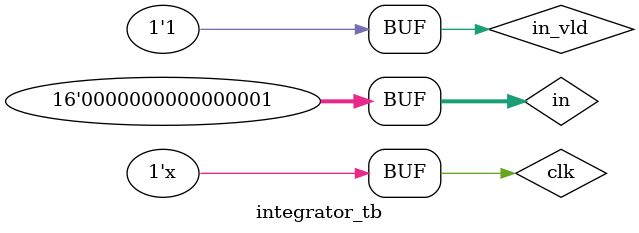
<source format=v>
`timescale 1ns / 1ps

module integrator_tb(

    );
    parameter NUMBER_WIDTH = 16;
    reg clk;
    reg  [NUMBER_WIDTH-1: 0] in;
    reg  in_vld;
    wire [NUMBER_WIDTH-1: 0] out;
    
    integrator integrator1(
            .clk(clk),
            .input_number(in),
            .output_sum(out),
            .input_valid(in_vld)
    );
    
    initial begin
        clk = 0;
        in = 1;
        in_vld = 0;
        #40 in_vld = 1;
    end
    always
        #10 clk = ~clk;
endmodule

</source>
